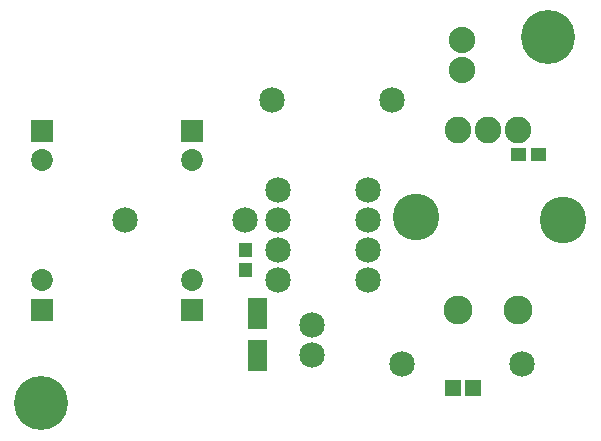
<source format=gts>
G04 MADE WITH FRITZING*
G04 WWW.FRITZING.ORG*
G04 DOUBLE SIDED*
G04 HOLES PLATED*
G04 CONTOUR ON CENTER OF CONTOUR VECTOR*
%ASAXBY*%
%FSLAX23Y23*%
%MOIN*%
%OFA0B0*%
%SFA1.0B1.0*%
%ADD10C,0.096614*%
%ADD11C,0.088740*%
%ADD12C,0.085000*%
%ADD13C,0.155669*%
%ADD14C,0.072992*%
%ADD15C,0.180000*%
%ADD16C,0.088000*%
%ADD17R,0.057244X0.053307*%
%ADD18R,0.072992X0.072992*%
%ADD19C,0.010000*%
%ADD20C,0.030000*%
%ADD21R,0.001000X0.001000*%
%LNMASK1*%
G90*
G70*
G54D10*
X1739Y457D03*
X1539Y457D03*
G54D11*
X1539Y1057D03*
X1639Y1057D03*
X1739Y1057D03*
G54D12*
X919Y1157D03*
X1319Y1157D03*
X1750Y277D03*
X1350Y277D03*
X829Y757D03*
X429Y757D03*
G54D13*
X1399Y767D03*
X1889Y757D03*
G54D12*
X1050Y307D03*
X1050Y407D03*
G54D14*
X650Y458D03*
X650Y557D03*
X650Y458D03*
X650Y557D03*
X150Y458D03*
X150Y557D03*
X150Y458D03*
X150Y557D03*
X651Y1056D03*
X651Y958D03*
X651Y1056D03*
X651Y958D03*
X150Y1055D03*
X150Y957D03*
X150Y1055D03*
X150Y957D03*
G54D15*
X149Y147D03*
X1839Y1367D03*
G54D12*
X1239Y557D03*
X939Y557D03*
X1239Y657D03*
X939Y657D03*
X1239Y757D03*
X939Y757D03*
X1239Y857D03*
X939Y857D03*
G54D16*
X1550Y1257D03*
X1550Y1357D03*
G54D17*
X1589Y197D03*
X1522Y197D03*
G54D18*
X650Y458D03*
X650Y458D03*
X150Y458D03*
X150Y458D03*
X651Y1056D03*
X651Y1056D03*
X150Y1055D03*
X150Y1055D03*
G54D19*
G36*
X1782Y956D02*
X1782Y999D01*
X1830Y999D01*
X1830Y956D01*
X1782Y956D01*
G37*
D02*
G36*
X1715Y956D02*
X1715Y999D01*
X1763Y999D01*
X1763Y956D01*
X1715Y956D01*
G37*
D02*
G36*
X851Y634D02*
X807Y634D01*
X807Y681D01*
X851Y681D01*
X851Y634D01*
G37*
D02*
G36*
X851Y567D02*
X807Y567D01*
X807Y614D01*
X851Y614D01*
X851Y567D01*
G37*
D02*
G54D20*
G36*
X1022Y334D02*
X1077Y334D01*
X1077Y279D01*
X1022Y279D01*
X1022Y334D01*
G37*
D02*
G54D19*
G36*
X837Y357D02*
X900Y357D01*
X900Y254D01*
X837Y254D01*
X837Y357D01*
G37*
D02*
G36*
X837Y498D02*
X900Y498D01*
X900Y396D01*
X837Y396D01*
X837Y498D01*
G37*
D02*
G54D20*
G36*
X1211Y530D02*
X1211Y585D01*
X1266Y585D01*
X1266Y530D01*
X1211Y530D01*
G37*
D02*
G36*
X1521Y1228D02*
X1521Y1286D01*
X1579Y1286D01*
X1579Y1228D01*
X1521Y1228D01*
G37*
D02*
G54D21*
X1533Y1097D02*
X1543Y1097D01*
X1633Y1097D02*
X1643Y1097D01*
X1733Y1097D02*
X1743Y1097D01*
X1529Y1096D02*
X1547Y1096D01*
X1629Y1096D02*
X1647Y1096D01*
X1728Y1096D02*
X1747Y1096D01*
X1526Y1095D02*
X1550Y1095D01*
X1626Y1095D02*
X1650Y1095D01*
X1726Y1095D02*
X1750Y1095D01*
X1523Y1094D02*
X1552Y1094D01*
X1623Y1094D02*
X1652Y1094D01*
X1723Y1094D02*
X1752Y1094D01*
X1521Y1093D02*
X1554Y1093D01*
X1621Y1093D02*
X1654Y1093D01*
X1721Y1093D02*
X1754Y1093D01*
X1520Y1092D02*
X1556Y1092D01*
X1620Y1092D02*
X1656Y1092D01*
X1720Y1092D02*
X1756Y1092D01*
X1518Y1091D02*
X1557Y1091D01*
X1618Y1091D02*
X1657Y1091D01*
X1718Y1091D02*
X1757Y1091D01*
X1517Y1090D02*
X1559Y1090D01*
X1617Y1090D02*
X1659Y1090D01*
X1717Y1090D02*
X1759Y1090D01*
X1515Y1089D02*
X1560Y1089D01*
X1615Y1089D02*
X1660Y1089D01*
X1715Y1089D02*
X1760Y1089D01*
X1514Y1088D02*
X1561Y1088D01*
X1614Y1088D02*
X1661Y1088D01*
X1714Y1088D02*
X1761Y1088D01*
X1513Y1087D02*
X1563Y1087D01*
X1613Y1087D02*
X1663Y1087D01*
X1713Y1087D02*
X1762Y1087D01*
X1512Y1086D02*
X1564Y1086D01*
X1612Y1086D02*
X1664Y1086D01*
X1712Y1086D02*
X1764Y1086D01*
X1511Y1085D02*
X1565Y1085D01*
X1611Y1085D02*
X1665Y1085D01*
X1711Y1085D02*
X1765Y1085D01*
X1510Y1084D02*
X1566Y1084D01*
X1610Y1084D02*
X1666Y1084D01*
X1710Y1084D02*
X1766Y1084D01*
X1509Y1083D02*
X1567Y1083D01*
X1609Y1083D02*
X1667Y1083D01*
X1709Y1083D02*
X1766Y1083D01*
X1508Y1082D02*
X1567Y1082D01*
X1608Y1082D02*
X1667Y1082D01*
X1708Y1082D02*
X1767Y1082D01*
X1507Y1081D02*
X1568Y1081D01*
X1607Y1081D02*
X1668Y1081D01*
X1707Y1081D02*
X1768Y1081D01*
X1506Y1080D02*
X1569Y1080D01*
X1606Y1080D02*
X1669Y1080D01*
X1706Y1080D02*
X1769Y1080D01*
X1506Y1079D02*
X1570Y1079D01*
X1606Y1079D02*
X1670Y1079D01*
X1706Y1079D02*
X1770Y1079D01*
X1505Y1078D02*
X1570Y1078D01*
X1605Y1078D02*
X1670Y1078D01*
X1705Y1078D02*
X1770Y1078D01*
X1504Y1077D02*
X1571Y1077D01*
X1604Y1077D02*
X1671Y1077D01*
X1704Y1077D02*
X1771Y1077D01*
X1504Y1076D02*
X1572Y1076D01*
X1604Y1076D02*
X1672Y1076D01*
X1704Y1076D02*
X1772Y1076D01*
X1503Y1075D02*
X1572Y1075D01*
X1603Y1075D02*
X1672Y1075D01*
X1703Y1075D02*
X1772Y1075D01*
X1503Y1074D02*
X1573Y1074D01*
X1603Y1074D02*
X1673Y1074D01*
X1702Y1074D02*
X1773Y1074D01*
X1502Y1073D02*
X1573Y1073D01*
X1602Y1073D02*
X1673Y1073D01*
X1702Y1073D02*
X1773Y1073D01*
X1502Y1072D02*
X1574Y1072D01*
X1602Y1072D02*
X1674Y1072D01*
X1701Y1072D02*
X1774Y1072D01*
X1501Y1071D02*
X1574Y1071D01*
X1601Y1071D02*
X1674Y1071D01*
X1701Y1071D02*
X1774Y1071D01*
X1501Y1070D02*
X1575Y1070D01*
X1601Y1070D02*
X1675Y1070D01*
X1701Y1070D02*
X1775Y1070D01*
X1500Y1069D02*
X1575Y1069D01*
X1600Y1069D02*
X1675Y1069D01*
X1700Y1069D02*
X1775Y1069D01*
X1500Y1068D02*
X1575Y1068D01*
X1600Y1068D02*
X1675Y1068D01*
X1700Y1068D02*
X1775Y1068D01*
X1500Y1067D02*
X1576Y1067D01*
X1600Y1067D02*
X1676Y1067D01*
X1700Y1067D02*
X1776Y1067D01*
X1499Y1066D02*
X1576Y1066D01*
X1599Y1066D02*
X1676Y1066D01*
X1699Y1066D02*
X1776Y1066D01*
X1499Y1065D02*
X1576Y1065D01*
X1599Y1065D02*
X1676Y1065D01*
X1699Y1065D02*
X1776Y1065D01*
X1499Y1064D02*
X1577Y1064D01*
X1599Y1064D02*
X1676Y1064D01*
X1699Y1064D02*
X1776Y1064D01*
X1499Y1063D02*
X1577Y1063D01*
X1599Y1063D02*
X1677Y1063D01*
X1699Y1063D02*
X1777Y1063D01*
X1499Y1062D02*
X1577Y1062D01*
X1599Y1062D02*
X1677Y1062D01*
X1698Y1062D02*
X1777Y1062D01*
X1498Y1061D02*
X1577Y1061D01*
X1598Y1061D02*
X1677Y1061D01*
X1698Y1061D02*
X1777Y1061D01*
X1498Y1060D02*
X1577Y1060D01*
X1598Y1060D02*
X1677Y1060D01*
X1698Y1060D02*
X1777Y1060D01*
X1498Y1059D02*
X1577Y1059D01*
X1598Y1059D02*
X1677Y1059D01*
X1698Y1059D02*
X1777Y1059D01*
X1498Y1058D02*
X1577Y1058D01*
X1598Y1058D02*
X1677Y1058D01*
X1698Y1058D02*
X1777Y1058D01*
X1498Y1057D02*
X1577Y1057D01*
X1598Y1057D02*
X1677Y1057D01*
X1698Y1057D02*
X1777Y1057D01*
X1498Y1056D02*
X1577Y1056D01*
X1598Y1056D02*
X1677Y1056D01*
X1698Y1056D02*
X1777Y1056D01*
X1498Y1055D02*
X1577Y1055D01*
X1598Y1055D02*
X1677Y1055D01*
X1698Y1055D02*
X1777Y1055D01*
X1498Y1054D02*
X1577Y1054D01*
X1598Y1054D02*
X1677Y1054D01*
X1698Y1054D02*
X1777Y1054D01*
X1499Y1053D02*
X1577Y1053D01*
X1599Y1053D02*
X1677Y1053D01*
X1698Y1053D02*
X1777Y1053D01*
X1499Y1052D02*
X1577Y1052D01*
X1599Y1052D02*
X1677Y1052D01*
X1699Y1052D02*
X1777Y1052D01*
X1499Y1051D02*
X1577Y1051D01*
X1599Y1051D02*
X1676Y1051D01*
X1699Y1051D02*
X1776Y1051D01*
X1499Y1050D02*
X1576Y1050D01*
X1599Y1050D02*
X1676Y1050D01*
X1699Y1050D02*
X1776Y1050D01*
X1499Y1049D02*
X1576Y1049D01*
X1599Y1049D02*
X1676Y1049D01*
X1699Y1049D02*
X1776Y1049D01*
X1500Y1048D02*
X1576Y1048D01*
X1600Y1048D02*
X1676Y1048D01*
X1700Y1048D02*
X1776Y1048D01*
X1500Y1047D02*
X1575Y1047D01*
X1600Y1047D02*
X1675Y1047D01*
X1700Y1047D02*
X1775Y1047D01*
X1500Y1046D02*
X1575Y1046D01*
X1600Y1046D02*
X1675Y1046D01*
X1700Y1046D02*
X1775Y1046D01*
X1501Y1045D02*
X1575Y1045D01*
X1601Y1045D02*
X1675Y1045D01*
X1701Y1045D02*
X1775Y1045D01*
X1501Y1044D02*
X1574Y1044D01*
X1601Y1044D02*
X1674Y1044D01*
X1701Y1044D02*
X1774Y1044D01*
X1502Y1043D02*
X1574Y1043D01*
X1602Y1043D02*
X1674Y1043D01*
X1701Y1043D02*
X1774Y1043D01*
X1502Y1042D02*
X1573Y1042D01*
X1602Y1042D02*
X1673Y1042D01*
X1702Y1042D02*
X1773Y1042D01*
X1503Y1041D02*
X1573Y1041D01*
X1603Y1041D02*
X1673Y1041D01*
X1702Y1041D02*
X1773Y1041D01*
X1503Y1040D02*
X1572Y1040D01*
X1603Y1040D02*
X1672Y1040D01*
X1703Y1040D02*
X1772Y1040D01*
X1504Y1039D02*
X1572Y1039D01*
X1604Y1039D02*
X1672Y1039D01*
X1704Y1039D02*
X1772Y1039D01*
X1504Y1038D02*
X1571Y1038D01*
X1604Y1038D02*
X1671Y1038D01*
X1704Y1038D02*
X1771Y1038D01*
X1505Y1037D02*
X1570Y1037D01*
X1605Y1037D02*
X1670Y1037D01*
X1705Y1037D02*
X1770Y1037D01*
X1506Y1036D02*
X1570Y1036D01*
X1606Y1036D02*
X1670Y1036D01*
X1706Y1036D02*
X1770Y1036D01*
X1506Y1035D02*
X1569Y1035D01*
X1606Y1035D02*
X1669Y1035D01*
X1706Y1035D02*
X1769Y1035D01*
X1507Y1034D02*
X1568Y1034D01*
X1607Y1034D02*
X1668Y1034D01*
X1707Y1034D02*
X1768Y1034D01*
X1508Y1033D02*
X1567Y1033D01*
X1608Y1033D02*
X1667Y1033D01*
X1708Y1033D02*
X1767Y1033D01*
X1509Y1032D02*
X1567Y1032D01*
X1609Y1032D02*
X1667Y1032D01*
X1709Y1032D02*
X1766Y1032D01*
X1510Y1031D02*
X1566Y1031D01*
X1610Y1031D02*
X1666Y1031D01*
X1710Y1031D02*
X1766Y1031D01*
X1511Y1030D02*
X1565Y1030D01*
X1611Y1030D02*
X1665Y1030D01*
X1711Y1030D02*
X1765Y1030D01*
X1512Y1029D02*
X1564Y1029D01*
X1612Y1029D02*
X1664Y1029D01*
X1712Y1029D02*
X1764Y1029D01*
X1513Y1028D02*
X1563Y1028D01*
X1613Y1028D02*
X1663Y1028D01*
X1713Y1028D02*
X1762Y1028D01*
X1514Y1027D02*
X1561Y1027D01*
X1614Y1027D02*
X1661Y1027D01*
X1714Y1027D02*
X1761Y1027D01*
X1515Y1026D02*
X1560Y1026D01*
X1615Y1026D02*
X1660Y1026D01*
X1715Y1026D02*
X1760Y1026D01*
X1517Y1025D02*
X1559Y1025D01*
X1617Y1025D02*
X1659Y1025D01*
X1717Y1025D02*
X1759Y1025D01*
X1518Y1024D02*
X1557Y1024D01*
X1618Y1024D02*
X1657Y1024D01*
X1718Y1024D02*
X1757Y1024D01*
X1520Y1023D02*
X1556Y1023D01*
X1620Y1023D02*
X1656Y1023D01*
X1720Y1023D02*
X1756Y1023D01*
X1521Y1022D02*
X1554Y1022D01*
X1621Y1022D02*
X1654Y1022D01*
X1721Y1022D02*
X1754Y1022D01*
X1523Y1021D02*
X1552Y1021D01*
X1623Y1021D02*
X1652Y1021D01*
X1723Y1021D02*
X1752Y1021D01*
X1526Y1020D02*
X1550Y1020D01*
X1626Y1020D02*
X1650Y1020D01*
X1726Y1020D02*
X1750Y1020D01*
X1529Y1019D02*
X1547Y1019D01*
X1629Y1019D02*
X1647Y1019D01*
X1728Y1019D02*
X1747Y1019D01*
X1533Y1018D02*
X1543Y1018D01*
X1633Y1018D02*
X1643Y1018D01*
X1733Y1018D02*
X1743Y1018D01*
X1532Y497D02*
X1544Y497D01*
X1731Y497D02*
X1744Y497D01*
X1528Y496D02*
X1548Y496D01*
X1728Y496D02*
X1747Y496D01*
X1525Y495D02*
X1550Y495D01*
X1725Y495D02*
X1750Y495D01*
X1523Y494D02*
X1552Y494D01*
X1723Y494D02*
X1752Y494D01*
X1521Y493D02*
X1554Y493D01*
X1721Y493D02*
X1754Y493D01*
X1519Y492D02*
X1556Y492D01*
X1719Y492D02*
X1756Y492D01*
X1518Y491D02*
X1558Y491D01*
X1718Y491D02*
X1758Y491D01*
X1516Y490D02*
X1559Y490D01*
X1716Y490D02*
X1759Y490D01*
X1515Y489D02*
X1560Y489D01*
X1715Y489D02*
X1760Y489D01*
X1514Y488D02*
X1562Y488D01*
X1714Y488D02*
X1762Y488D01*
X1513Y487D02*
X1563Y487D01*
X1713Y487D02*
X1763Y487D01*
X1512Y486D02*
X1564Y486D01*
X1711Y486D02*
X1764Y486D01*
X1511Y485D02*
X1565Y485D01*
X1710Y485D02*
X1765Y485D01*
X1510Y484D02*
X1566Y484D01*
X1709Y484D02*
X1766Y484D01*
X1509Y483D02*
X1567Y483D01*
X1709Y483D02*
X1767Y483D01*
X1508Y482D02*
X1568Y482D01*
X1708Y482D02*
X1768Y482D01*
X1507Y481D02*
X1568Y481D01*
X1707Y481D02*
X1768Y481D01*
X1506Y480D02*
X1569Y480D01*
X1706Y480D02*
X1769Y480D01*
X1505Y479D02*
X1570Y479D01*
X1705Y479D02*
X1770Y479D01*
X1505Y478D02*
X1571Y478D01*
X1705Y478D02*
X1771Y478D01*
X1504Y477D02*
X1571Y477D01*
X1704Y477D02*
X1771Y477D01*
X1504Y476D02*
X1572Y476D01*
X1703Y476D02*
X1772Y476D01*
X1503Y475D02*
X1572Y475D01*
X1703Y475D02*
X1772Y475D01*
X1502Y474D02*
X1573Y474D01*
X1702Y474D02*
X1773Y474D01*
X1502Y473D02*
X1573Y473D01*
X1702Y473D02*
X1773Y473D01*
X1501Y472D02*
X1574Y472D01*
X1701Y472D02*
X1774Y472D01*
X1501Y471D02*
X1574Y471D01*
X1701Y471D02*
X1774Y471D01*
X1501Y470D02*
X1575Y470D01*
X1701Y470D02*
X1775Y470D01*
X1500Y469D02*
X1575Y469D01*
X1700Y469D02*
X1775Y469D01*
X1500Y468D02*
X1576Y468D01*
X1700Y468D02*
X1775Y468D01*
X1500Y467D02*
X1576Y467D01*
X1700Y467D02*
X1776Y467D01*
X1499Y466D02*
X1576Y466D01*
X1699Y466D02*
X1776Y466D01*
X1499Y465D02*
X1576Y465D01*
X1699Y465D02*
X1776Y465D01*
X1499Y464D02*
X1577Y464D01*
X1699Y464D02*
X1776Y464D01*
X1499Y463D02*
X1577Y463D01*
X1699Y463D02*
X1777Y463D01*
X1499Y462D02*
X1577Y462D01*
X1698Y462D02*
X1777Y462D01*
X1498Y461D02*
X1577Y461D01*
X1698Y461D02*
X1777Y461D01*
X1498Y460D02*
X1577Y460D01*
X1698Y460D02*
X1777Y460D01*
X1498Y459D02*
X1577Y459D01*
X1698Y459D02*
X1777Y459D01*
X1498Y458D02*
X1577Y458D01*
X1698Y458D02*
X1777Y458D01*
X1498Y457D02*
X1577Y457D01*
X1698Y457D02*
X1777Y457D01*
X1498Y456D02*
X1577Y456D01*
X1698Y456D02*
X1777Y456D01*
X1498Y455D02*
X1577Y455D01*
X1698Y455D02*
X1777Y455D01*
X1498Y454D02*
X1577Y454D01*
X1698Y454D02*
X1777Y454D01*
X1499Y453D02*
X1577Y453D01*
X1698Y453D02*
X1777Y453D01*
X1499Y452D02*
X1577Y452D01*
X1699Y452D02*
X1777Y452D01*
X1499Y451D02*
X1576Y451D01*
X1699Y451D02*
X1776Y451D01*
X1499Y450D02*
X1576Y450D01*
X1699Y450D02*
X1776Y450D01*
X1499Y449D02*
X1576Y449D01*
X1699Y449D02*
X1776Y449D01*
X1500Y448D02*
X1576Y448D01*
X1700Y448D02*
X1776Y448D01*
X1500Y447D02*
X1575Y447D01*
X1700Y447D02*
X1775Y447D01*
X1500Y446D02*
X1575Y446D01*
X1700Y446D02*
X1775Y446D01*
X1501Y445D02*
X1575Y445D01*
X1701Y445D02*
X1775Y445D01*
X1501Y444D02*
X1574Y444D01*
X1701Y444D02*
X1774Y444D01*
X1502Y443D02*
X1574Y443D01*
X1702Y443D02*
X1774Y443D01*
X1502Y442D02*
X1573Y442D01*
X1702Y442D02*
X1773Y442D01*
X1503Y441D02*
X1573Y441D01*
X1703Y441D02*
X1773Y441D01*
X1503Y440D02*
X1572Y440D01*
X1703Y440D02*
X1772Y440D01*
X1504Y439D02*
X1572Y439D01*
X1704Y439D02*
X1772Y439D01*
X1504Y438D02*
X1571Y438D01*
X1704Y438D02*
X1771Y438D01*
X1505Y437D02*
X1570Y437D01*
X1705Y437D02*
X1770Y437D01*
X1506Y436D02*
X1570Y436D01*
X1706Y436D02*
X1770Y436D01*
X1507Y435D02*
X1569Y435D01*
X1706Y435D02*
X1769Y435D01*
X1507Y434D02*
X1568Y434D01*
X1707Y434D02*
X1768Y434D01*
X1508Y433D02*
X1567Y433D01*
X1708Y433D02*
X1767Y433D01*
X1509Y432D02*
X1566Y432D01*
X1709Y432D02*
X1766Y432D01*
X1510Y431D02*
X1565Y431D01*
X1710Y431D02*
X1765Y431D01*
X1511Y430D02*
X1564Y430D01*
X1711Y430D02*
X1764Y430D01*
X1512Y429D02*
X1563Y429D01*
X1712Y429D02*
X1763Y429D01*
X1513Y428D02*
X1562Y428D01*
X1713Y428D02*
X1762Y428D01*
X1514Y427D02*
X1561Y427D01*
X1714Y427D02*
X1761Y427D01*
X1516Y426D02*
X1560Y426D01*
X1715Y426D02*
X1760Y426D01*
X1517Y425D02*
X1559Y425D01*
X1717Y425D02*
X1758Y425D01*
X1518Y424D02*
X1557Y424D01*
X1718Y424D02*
X1757Y424D01*
X1520Y423D02*
X1555Y423D01*
X1720Y423D02*
X1755Y423D01*
X1522Y422D02*
X1554Y422D01*
X1722Y422D02*
X1753Y422D01*
X1524Y421D02*
X1552Y421D01*
X1724Y421D02*
X1751Y421D01*
X1526Y420D02*
X1549Y420D01*
X1726Y420D02*
X1749Y420D01*
X1529Y419D02*
X1546Y419D01*
X1729Y419D02*
X1746Y419D01*
X1534Y418D02*
X1541Y418D01*
X1734Y418D02*
X1741Y418D01*
D02*
G04 End of Mask1*
M02*
</source>
